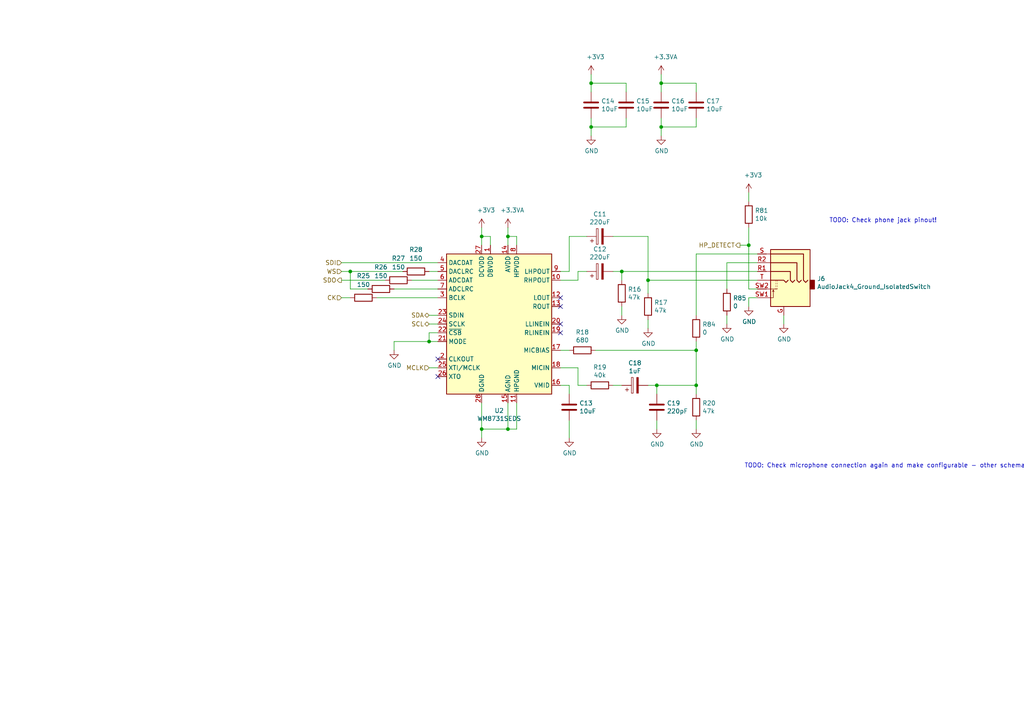
<source format=kicad_sch>
(kicad_sch (version 20210126) (generator eeschema)
  (paper "A4")
  (lib_symbols
    (symbol "Audio:WM8731SEDS"
      (property "Reference" "U" (at -13.97 21.59 0))
      (property "Value" "WM8731SEDS" (at 0 5.08 0))
      (symbol "WM8731SEDS_0_1"
        (rectangle (start -15.24 20.32) (end 15.24 -20.32) (stroke (width 0.254)) (fill (type background)))
      )
      (symbol "WM8731SEDS_1_1"
        (pin power_in line (at -2.54 22.86 270) (length 2.54) (name "DBVDD") (number "1"))
        (pin output line (at 17.78 12.7 180) (length 2.54) (name "RHPOUT") (number "10"))
        (pin power_in line (at 5.08 -22.86 90) (length 2.54) (name "HPGND") (number "11"))
        (pin output line (at 17.78 7.62 180) (length 2.54) (name "LOUT") (number "12"))
        (pin output line (at 17.78 5.08 180) (length 2.54) (name "ROUT") (number "13"))
        (pin power_in line (at 2.54 22.86 270) (length 2.54) (name "AVDD") (number "14"))
        (pin power_in line (at 2.54 -22.86 90) (length 2.54) (name "AGND") (number "15"))
        (pin passive line (at 17.78 -17.78 180) (length 2.54) (name "VMID") (number "16"))
        (pin output line (at 17.78 -7.62 180) (length 2.54) (name "MICBIAS") (number "17"))
        (pin input line (at 17.78 -12.7 180) (length 2.54) (name "MICIN") (number "18"))
        (pin input line (at 17.78 -2.54 180) (length 2.54) (name "RLINEIN") (number "19"))
        (pin output line (at -17.78 -10.16 0) (length 2.54) (name "CLKOUT") (number "2"))
        (pin input line (at 17.78 0 180) (length 2.54) (name "LLINEIN") (number "20"))
        (pin input line (at -17.78 -5.08 0) (length 2.54) (name "MODE") (number "21"))
        (pin input line (at -17.78 -2.54 0) (length 2.54) (name "~CSB") (number "22"))
        (pin bidirectional line (at -17.78 2.54 0) (length 2.54) (name "SDIN") (number "23"))
        (pin input line (at -17.78 0 0) (length 2.54) (name "SCLK") (number "24"))
        (pin input line (at -17.78 -12.7 0) (length 2.54) (name "XTI/MCLK") (number "25"))
        (pin output line (at -17.78 -15.24 0) (length 2.54) (name "XTO") (number "26"))
        (pin power_in line (at -5.08 22.86 270) (length 2.54) (name "DCVDD") (number "27"))
        (pin power_in line (at -5.08 -22.86 90) (length 2.54) (name "DGND") (number "28"))
        (pin bidirectional line (at -17.78 7.62 0) (length 2.54) (name "BCLK") (number "3"))
        (pin input line (at -17.78 17.78 0) (length 2.54) (name "DACDAT") (number "4"))
        (pin bidirectional line (at -17.78 15.24 0) (length 2.54) (name "DACLRC") (number "5"))
        (pin output line (at -17.78 12.7 0) (length 2.54) (name "ADCDAT") (number "6"))
        (pin bidirectional line (at -17.78 10.16 0) (length 2.54) (name "ADCLRC") (number "7"))
        (pin power_in line (at 5.08 22.86 270) (length 2.54) (name "HPVDD") (number "8"))
        (pin output line (at 17.78 15.24 180) (length 2.54) (name "LHPOUT") (number "9"))
      )
    )
    (symbol "Device:C" (pin_numbers hide) (pin_names (offset 0.254))
      (property "Reference" "C" (at 0.635 2.54 0))
      (property "Value" "C" (at 0.635 -2.54 0))
      (symbol "C_0_1"
        (polyline (pts (xy -2.032 -0.762) (xy 2.032 -0.762)) (stroke (width 0.508)))
        (polyline (pts (xy -2.032 0.762) (xy 2.032 0.762)) (stroke (width 0.508)))
      )
      (symbol "C_1_1"
        (pin passive line (at 0 3.81 270) (length 2.794) (name "~") (number "1"))
        (pin passive line (at 0 -3.81 90) (length 2.794) (name "~") (number "2"))
      )
    )
    (symbol "Device:C_Polarized" (pin_numbers hide) (pin_names (offset 0.254))
      (property "Reference" "C" (at 0.635 2.54 0))
      (property "Value" "C_Polarized" (at 0.635 -2.54 0))
      (symbol "C_Polarized_0_1"
        (rectangle (start -2.286 0.508) (end 2.286 1.016))
        (rectangle (start 2.286 -0.508) (end -2.286 -1.016) (fill (type outline)))
        (polyline (pts (xy -1.778 2.286) (xy -0.762 2.286)))
        (polyline (pts (xy -1.27 2.794) (xy -1.27 1.778)))
      )
      (symbol "C_Polarized_1_1"
        (pin passive line (at 0 3.81 270) (length 2.794) (name "~") (number "1"))
        (pin passive line (at 0 -3.81 90) (length 2.794) (name "~") (number "2"))
      )
    )
    (symbol "Device:R" (pin_numbers hide) (pin_names (offset 0))
      (property "Reference" "R" (at 2.032 0 90))
      (property "Value" "R" (at 0 0 90))
      (symbol "R_0_1"
        (rectangle (start -1.016 -2.54) (end 1.016 2.54) (stroke (width 0.254)))
      )
      (symbol "R_1_1"
        (pin passive line (at 0 3.81 270) (length 1.27) (name "~") (number "1"))
        (pin passive line (at 0 -3.81 90) (length 1.27) (name "~") (number "2"))
      )
    )
    (symbol "HackAmp-Symbols:AudioJack4_Ground_IsolatedSwitch"
      (property "Reference" "J" (at 0 11.43 0))
      (property "Value" "AudioJack4_Ground_IsolatedSwitch" (at 0 8.89 0))
      (symbol "AudioJack4_Ground_IsolatedSwitch_0_1"
        (rectangle (start -7.62 -2.54) (end -8.89 -5.08) (stroke (width 0.254)) (fill (type outline)))
        (rectangle (start -7.62 6.35) (end 3.81 -10.16) (stroke (width 0.254)) (fill (type background)))
        (polyline (pts (xy 1.905 -5.08) (xy 1.905 -4.826)) (stroke (width 0.001)))
        (polyline (pts (xy 1.905 -4.445) (xy 1.905 -4.064)) (stroke (width 0.001)))
        (polyline (pts (xy 1.905 -3.683) (xy 1.905 -3.302)) (stroke (width 0.001)))
        (polyline (pts (xy 1.905 -2.921) (xy 1.905 -2.54)) (stroke (width 0.001)))
        (polyline (pts (xy 2.286 -5.08) (xy 2.286 -4.826)) (stroke (width 0.001)))
        (polyline (pts (xy 2.286 -4.445) (xy 2.286 -4.064)) (stroke (width 0.001)))
        (polyline (pts (xy 2.286 -3.683) (xy 2.286 -3.302)) (stroke (width 0.001)))
        (polyline (pts (xy 2.286 -2.921) (xy 2.286 -2.54)) (stroke (width 0.001)))
        (polyline (pts (xy 3.81 2.54) (xy 5.08 2.54)))
        (polyline (pts (xy 5.08 -5.08) (xy 1.905 -5.08)))
        (polyline (pts (xy 5.08 -2.54) (xy 3.81 -2.54)))
        (polyline (pts (xy 5.08 0) (xy 3.81 0)))
        (polyline (pts (xy 5.08 5.08) (xy 3.81 5.08)))
      )
      (symbol "AudioJack4_Ground_IsolatedSwitch_1_1"
        (polyline (pts (xy 3.048 -5.334) (xy 3.302 -5.842)))
        (polyline (pts (xy -1.27 -2.54) (xy -0.635 -3.175) (xy 0 -2.54) (xy 3.81 -2.54)) (stroke (width 0.254)))
        (polyline (pts (xy 5.08 -7.62) (xy 3.048 -7.62) (xy 3.048 -5.334) (xy 2.794 -5.842)))
        (polyline (pts (xy -3.175 -2.54) (xy -2.54 -3.175) (xy -1.905 -2.54) (xy -1.905 0) (xy 3.81 0)) (stroke (width 0.254)))
        (polyline (pts (xy 3.81 2.54) (xy -3.81 2.54) (xy -3.81 -2.54) (xy -4.445 -3.175) (xy -5.08 -2.54)) (stroke (width 0.254)))
        (polyline (pts (xy 3.81 5.08) (xy -5.715 5.08) (xy -5.715 -2.54) (xy -6.35 -3.175) (xy -6.985 -2.54)) (stroke (width 0.254)))
        (pin passive line (at 0 -12.7 90) (length 2.54) (name "~") (number "G"))
        (pin passive line (at 7.62 0 180) (length 2.54) (name "~") (number "R1"))
        (pin passive line (at 7.62 2.54 180) (length 2.54) (name "~") (number "R2"))
        (pin passive line (at 7.62 5.08 180) (length 2.54) (name "~") (number "S"))
        (pin passive line (at 7.62 -7.62 180) (length 2.54) (name "~") (number "SW1"))
        (pin passive line (at 7.62 -5.08 180) (length 2.54) (name "~") (number "SW2"))
        (pin passive line (at 7.62 -2.54 180) (length 2.54) (name "~") (number "T"))
      )
    )
    (symbol "power:+3.3VA" (power) (pin_names (offset 0))
      (property "Value" "+3.3VA" (at 0 3.556 0))
      (symbol "+3.3VA_0_1"
        (polyline (pts (xy -0.762 1.27) (xy 0 2.54)))
        (polyline (pts (xy 0 0) (xy 0 2.54)))
        (polyline (pts (xy 0 2.54) (xy 0.762 1.27)))
      )
      (symbol "+3.3VA_1_1"
        (pin power_in line (at 0 0 90) (length 0) hide (name "+3.3VA") (number "1"))
      )
    )
    (symbol "power:+3V3" (power) (pin_names (offset 0))
      (property "Value" "+3V3" (at 0 3.556 0))
      (symbol "+3V3_0_1"
        (polyline (pts (xy -0.762 1.27) (xy 0 2.54)))
        (polyline (pts (xy 0 0) (xy 0 2.54)))
        (polyline (pts (xy 0 2.54) (xy 0.762 1.27)))
      )
      (symbol "+3V3_1_1"
        (pin power_in line (at 0 0 90) (length 0) hide (name "+3V3") (number "1"))
      )
    )
    (symbol "power:GND" (power) (pin_names (offset 0))
      (property "Value" "GND" (at 0 -3.81 0))
      (symbol "GND_0_1"
        (polyline (pts (xy 0 0) (xy 0 -1.27) (xy 1.27 -1.27) (xy 0 -2.54) (xy -1.27 -1.27) (xy 0 -1.27)))
      )
      (symbol "GND_1_1"
        (pin power_in line (at 0 0 270) (length 0) hide (name "GND") (number "1"))
      )
    )
  )
  (junction (at 101.6 78.74) (diameter 0.9144))
  (junction (at 124.46 99.06) (diameter 0.9144))
  (junction (at 139.7 68.58) (diameter 0.9144))
  (junction (at 139.7 124.46) (diameter 0.9144))
  (junction (at 147.32 68.58) (diameter 0.9144))
  (junction (at 147.32 124.46) (diameter 0.9144))
  (junction (at 171.45 24.13) (diameter 0.9144))
  (junction (at 171.45 36.83) (diameter 0.9144))
  (junction (at 180.34 78.74) (diameter 0.9144))
  (junction (at 187.96 81.28) (diameter 0.9144))
  (junction (at 190.5 111.76) (diameter 0.9144))
  (junction (at 191.77 24.13) (diameter 0.9144))
  (junction (at 191.77 36.83) (diameter 0.9144))
  (junction (at 201.93 101.6) (diameter 0.9144))
  (junction (at 201.93 111.76) (diameter 0.9144))
  (junction (at 217.17 71.12) (diameter 0.9144))
  (no_connect (at 127 104.14))
  (no_connect (at 127 109.22))
  (no_connect (at 162.56 86.36))
  (no_connect (at 162.56 88.9))
  (no_connect (at 162.56 93.98))
  (no_connect (at 162.56 96.52))
  (wire (pts (xy 99.06 76.2) (xy 127 76.2)))
  (wire (pts (xy 99.06 78.74) (xy 101.6 78.74)))
  (wire (pts (xy 99.06 81.28) (xy 111.76 81.28)))
  (wire (pts (xy 99.06 86.36) (xy 101.6 86.36)))
  (wire (pts (xy 101.6 78.74) (xy 101.6 83.82)))
  (wire (pts (xy 101.6 78.74) (xy 116.84 78.74)))
  (wire (pts (xy 101.6 83.82) (xy 106.68 83.82)))
  (wire (pts (xy 109.22 86.36) (xy 127 86.36)))
  (wire (pts (xy 114.3 83.82) (xy 127 83.82)))
  (wire (pts (xy 114.3 99.06) (xy 124.46 99.06)))
  (wire (pts (xy 114.3 101.6) (xy 114.3 99.06)))
  (wire (pts (xy 119.38 81.28) (xy 127 81.28)))
  (wire (pts (xy 124.46 78.74) (xy 127 78.74)))
  (wire (pts (xy 124.46 91.44) (xy 127 91.44)))
  (wire (pts (xy 124.46 93.98) (xy 127 93.98)))
  (wire (pts (xy 124.46 96.52) (xy 124.46 99.06)))
  (wire (pts (xy 124.46 99.06) (xy 127 99.06)))
  (wire (pts (xy 124.46 106.68) (xy 127 106.68)))
  (wire (pts (xy 127 96.52) (xy 124.46 96.52)))
  (wire (pts (xy 139.7 66.04) (xy 139.7 68.58)))
  (wire (pts (xy 139.7 68.58) (xy 142.24 68.58)))
  (wire (pts (xy 139.7 71.12) (xy 139.7 68.58)))
  (wire (pts (xy 139.7 124.46) (xy 139.7 116.84)))
  (wire (pts (xy 139.7 124.46) (xy 139.7 127)))
  (wire (pts (xy 142.24 71.12) (xy 142.24 68.58)))
  (wire (pts (xy 147.32 66.04) (xy 147.32 68.58)))
  (wire (pts (xy 147.32 68.58) (xy 149.86 68.58)))
  (wire (pts (xy 147.32 71.12) (xy 147.32 68.58)))
  (wire (pts (xy 147.32 116.84) (xy 147.32 124.46)))
  (wire (pts (xy 147.32 124.46) (xy 139.7 124.46)))
  (wire (pts (xy 149.86 68.58) (xy 149.86 71.12)))
  (wire (pts (xy 149.86 116.84) (xy 149.86 124.46)))
  (wire (pts (xy 149.86 124.46) (xy 147.32 124.46)))
  (wire (pts (xy 162.56 78.74) (xy 165.1 78.74)))
  (wire (pts (xy 162.56 81.28) (xy 167.64 81.28)))
  (wire (pts (xy 162.56 101.6) (xy 165.1 101.6)))
  (wire (pts (xy 162.56 106.68) (xy 167.64 106.68)))
  (wire (pts (xy 162.56 111.76) (xy 165.1 111.76)))
  (wire (pts (xy 165.1 68.58) (xy 170.18 68.58)))
  (wire (pts (xy 165.1 78.74) (xy 165.1 68.58)))
  (wire (pts (xy 165.1 114.3) (xy 165.1 111.76)))
  (wire (pts (xy 165.1 121.92) (xy 165.1 127)))
  (wire (pts (xy 167.64 78.74) (xy 170.18 78.74)))
  (wire (pts (xy 167.64 81.28) (xy 167.64 78.74)))
  (wire (pts (xy 167.64 106.68) (xy 167.64 111.76)))
  (wire (pts (xy 167.64 111.76) (xy 170.18 111.76)))
  (wire (pts (xy 171.45 21.59) (xy 171.45 24.13)))
  (wire (pts (xy 171.45 24.13) (xy 181.61 24.13)))
  (wire (pts (xy 171.45 26.67) (xy 171.45 24.13)))
  (wire (pts (xy 171.45 34.29) (xy 171.45 36.83)))
  (wire (pts (xy 171.45 36.83) (xy 171.45 39.37)))
  (wire (pts (xy 171.45 36.83) (xy 181.61 36.83)))
  (wire (pts (xy 177.8 68.58) (xy 187.96 68.58)))
  (wire (pts (xy 177.8 78.74) (xy 180.34 78.74)))
  (wire (pts (xy 177.8 111.76) (xy 180.34 111.76)))
  (wire (pts (xy 180.34 78.74) (xy 180.34 81.28)))
  (wire (pts (xy 180.34 88.9) (xy 180.34 91.44)))
  (wire (pts (xy 181.61 26.67) (xy 181.61 24.13)))
  (wire (pts (xy 181.61 34.29) (xy 181.61 36.83)))
  (wire (pts (xy 187.96 68.58) (xy 187.96 81.28)))
  (wire (pts (xy 187.96 81.28) (xy 187.96 85.09)))
  (wire (pts (xy 187.96 81.28) (xy 219.71 81.28)))
  (wire (pts (xy 187.96 95.25) (xy 187.96 92.71)))
  (wire (pts (xy 187.96 111.76) (xy 190.5 111.76)))
  (wire (pts (xy 190.5 111.76) (xy 190.5 114.3)))
  (wire (pts (xy 190.5 121.92) (xy 190.5 124.46)))
  (wire (pts (xy 191.77 21.59) (xy 191.77 24.13)))
  (wire (pts (xy 191.77 24.13) (xy 201.93 24.13)))
  (wire (pts (xy 191.77 26.67) (xy 191.77 24.13)))
  (wire (pts (xy 191.77 36.83) (xy 191.77 34.29)))
  (wire (pts (xy 191.77 36.83) (xy 191.77 39.37)))
  (wire (pts (xy 191.77 36.83) (xy 201.93 36.83)))
  (wire (pts (xy 201.93 24.13) (xy 201.93 26.67)))
  (wire (pts (xy 201.93 36.83) (xy 201.93 34.29)))
  (wire (pts (xy 201.93 73.66) (xy 201.93 91.44)))
  (wire (pts (xy 201.93 73.66) (xy 219.71 73.66)))
  (wire (pts (xy 201.93 99.06) (xy 201.93 101.6)))
  (wire (pts (xy 201.93 101.6) (xy 172.72 101.6)))
  (wire (pts (xy 201.93 111.76) (xy 190.5 111.76)))
  (wire (pts (xy 201.93 111.76) (xy 201.93 101.6)))
  (wire (pts (xy 201.93 114.3) (xy 201.93 111.76)))
  (wire (pts (xy 201.93 124.46) (xy 201.93 121.92)))
  (wire (pts (xy 210.82 76.2) (xy 210.82 83.82)))
  (wire (pts (xy 210.82 91.44) (xy 210.82 93.98)))
  (wire (pts (xy 214.63 71.12) (xy 217.17 71.12)))
  (wire (pts (xy 217.17 55.88) (xy 217.17 58.42)))
  (wire (pts (xy 217.17 66.04) (xy 217.17 71.12)))
  (wire (pts (xy 217.17 71.12) (xy 217.17 83.82)))
  (wire (pts (xy 217.17 83.82) (xy 219.71 83.82)))
  (wire (pts (xy 217.17 86.36) (xy 217.17 88.9)))
  (wire (pts (xy 219.71 76.2) (xy 210.82 76.2)))
  (wire (pts (xy 219.71 78.74) (xy 180.34 78.74)))
  (wire (pts (xy 219.71 86.36) (xy 217.17 86.36)))
  (wire (pts (xy 227.33 91.44) (xy 227.33 93.98)))
  (text "TODO: Check microphone connection again and make configurable - other schematics connect only the ring!" (at 215.9 135.89 0) (effects (font (size 1.27 1.27)) (justify left bottom)))
  (text "TODO: Check phone jack pinout!" (at 271.78 64.77 180) (effects (font (size 1.27 1.27)) (justify right bottom)))
  (hierarchical_label "SDI" (shape input) (at 99.06 76.2 180))
  (hierarchical_label "WS" (shape input) (at 99.06 78.74 180))
  (hierarchical_label "SDO" (shape output) (at 99.06 81.28 180))
  (hierarchical_label "CK" (shape input) (at 99.06 86.36 180))
  (hierarchical_label "SDA" (shape bidirectional) (at 124.46 91.44 180))
  (hierarchical_label "SCL" (shape bidirectional) (at 124.46 93.98 180))
  (hierarchical_label "MCLK" (shape input) (at 124.46 106.68 180))
  (hierarchical_label "HP_DETECT" (shape output) (at 214.63 71.12 180))
  (symbol (lib_id "power:+3V3") (at 139.7 66.04 0) (unit 1)
    (property "Reference" "#PWR0154" (effects hide))
    (property "Value" "+3V3" (at 140.97 60.96 0))
  )
  (symbol (lib_id "power:+3.3VA") (at 147.32 66.04 0) (unit 1)
    (property "Reference" "#PWR0155" (effects hide))
    (property "Value" "+3.3VA" (at 148.59 60.96 0))
  )
  (symbol (lib_id "power:+3V3") (at 171.45 21.59 0) (unit 1)
    (property "Reference" "#PWR0153" (effects hide))
    (property "Value" "+3V3" (at 172.72 16.51 0))
  )
  (symbol (lib_id "power:+3.3VA") (at 191.77 21.59 0) (unit 1)
    (property "Reference" "#PWR0151" (effects hide))
    (property "Value" "+3.3VA" (at 193.04 16.51 0))
  )
  (symbol (lib_id "power:+3V3") (at 217.17 55.88 0) (unit 1)
    (property "Reference" "#PWR01" (effects hide))
    (property "Value" "+3V3" (at 218.44 50.8 0))
  )
  (symbol (lib_id "power:GND") (at 114.3 101.6 0) (unit 1)
    (property "Reference" "#PWR0156" (effects hide))
    (property "Value" "GND" (at 114.427 105.9942 0))
  )
  (symbol (lib_id "power:GND") (at 139.7 127 0) (unit 1)
    (property "Reference" "#PWR0119" (effects hide))
    (property "Value" "GND" (at 139.827 131.3942 0))
  )
  (symbol (lib_id "power:GND") (at 165.1 127 0) (unit 1)
    (property "Reference" "#PWR0120" (effects hide))
    (property "Value" "GND" (at 165.227 131.3942 0))
  )
  (symbol (lib_id "power:GND") (at 171.45 39.37 0) (unit 1)
    (property "Reference" "#PWR0121" (effects hide))
    (property "Value" "GND" (at 171.577 43.7642 0))
  )
  (symbol (lib_id "power:GND") (at 180.34 91.44 0) (unit 1)
    (property "Reference" "#PWR0122" (effects hide))
    (property "Value" "GND" (at 180.467 95.8342 0))
  )
  (symbol (lib_id "power:GND") (at 187.96 95.25 0) (unit 1)
    (property "Reference" "#PWR0123" (effects hide))
    (property "Value" "GND" (at 188.087 99.6442 0))
  )
  (symbol (lib_id "power:GND") (at 190.5 124.46 0) (unit 1)
    (property "Reference" "#PWR0125" (effects hide))
    (property "Value" "GND" (at 190.627 128.8542 0))
  )
  (symbol (lib_id "power:GND") (at 191.77 39.37 0) (unit 1)
    (property "Reference" "#PWR0152" (effects hide))
    (property "Value" "GND" (at 191.897 43.7642 0))
  )
  (symbol (lib_id "power:GND") (at 201.93 124.46 0) (unit 1)
    (property "Reference" "#PWR0126" (effects hide))
    (property "Value" "GND" (at 202.057 128.8542 0))
  )
  (symbol (lib_id "power:GND") (at 210.82 93.98 0) (unit 1)
    (property "Reference" "#PWR05" (effects hide))
    (property "Value" "GND" (at 210.947 98.3742 0))
  )
  (symbol (lib_id "power:GND") (at 217.17 88.9 0) (unit 1)
    (property "Reference" "#PWR02" (effects hide))
    (property "Value" "GND" (at 217.297 93.2942 0))
  )
  (symbol (lib_id "power:GND") (at 227.33 93.98 0) (unit 1)
    (property "Reference" "#PWR0103" (effects hide))
    (property "Value" "GND" (at 227.457 98.3742 0))
  )
  (symbol (lib_id "Device:R") (at 105.41 86.36 90) (unit 1)
    (property "Reference" "R25" (at 105.41 80.01 90))
    (property "Value" "150" (at 105.41 82.55 90))
    (property "Footprint" "Resistor_SMD:R_0603_1608Metric" (effects hide))
  )
  (symbol (lib_id "Device:R") (at 110.49 83.82 90) (unit 1)
    (property "Reference" "R26" (at 110.49 77.47 90))
    (property "Value" "150" (at 110.49 80.01 90))
    (property "Footprint" "Resistor_SMD:R_0603_1608Metric" (effects hide))
  )
  (symbol (lib_id "Device:R") (at 115.57 81.28 90) (unit 1)
    (property "Reference" "R27" (at 115.57 74.93 90))
    (property "Value" "150" (at 115.57 77.47 90))
    (property "Footprint" "Resistor_SMD:R_0603_1608Metric" (effects hide))
  )
  (symbol (lib_id "Device:R") (at 120.65 78.74 90) (unit 1)
    (property "Reference" "R28" (at 120.65 72.39 90))
    (property "Value" "150" (at 120.65 74.93 90))
    (property "Footprint" "Resistor_SMD:R_0603_1608Metric" (effects hide))
  )
  (symbol (lib_id "Device:R") (at 168.91 101.6 270) (unit 1)
    (property "Reference" "R18" (at 168.91 96.3422 90))
    (property "Value" "680" (at 168.91 98.6536 90))
    (property "Footprint" "Resistor_SMD:R_0603_1608Metric" (effects hide))
  )
  (symbol (lib_id "Device:R") (at 173.99 111.76 270) (unit 1)
    (property "Reference" "R19" (at 173.99 106.5022 90))
    (property "Value" "40k" (at 173.99 108.8136 90))
    (property "Footprint" "Resistor_SMD:R_0603_1608Metric" (effects hide))
  )
  (symbol (lib_id "Device:R") (at 180.34 85.09 0) (unit 1)
    (property "Reference" "R16" (at 182.118 83.9216 0) (effects (justify left)))
    (property "Value" "47k" (at 182.118 86.233 0) (effects (justify left)))
    (property "Footprint" "Resistor_SMD:R_0603_1608Metric" (effects hide))
  )
  (symbol (lib_id "Device:R") (at 187.96 88.9 0) (unit 1)
    (property "Reference" "R17" (at 189.738 87.7316 0) (effects (justify left)))
    (property "Value" "47k" (at 189.738 90.043 0) (effects (justify left)))
    (property "Footprint" "Resistor_SMD:R_0603_1608Metric" (effects hide))
  )
  (symbol (lib_id "Device:R") (at 201.93 95.25 0) (unit 1)
    (property "Reference" "R84" (at 203.708 94.0816 0) (effects (justify left)))
    (property "Value" "0" (at 203.708 96.393 0) (effects (justify left)))
    (property "Footprint" "Resistor_SMD:R_0603_1608Metric" (effects hide))
  )
  (symbol (lib_id "Device:R") (at 201.93 118.11 0) (unit 1)
    (property "Reference" "R20" (at 203.708 116.9416 0) (effects (justify left)))
    (property "Value" "47k" (at 203.708 119.253 0) (effects (justify left)))
    (property "Footprint" "Resistor_SMD:R_0603_1608Metric" (effects hide))
  )
  (symbol (lib_id "Device:R") (at 210.82 87.63 0) (unit 1)
    (property "Reference" "R85" (at 212.598 86.4616 0) (effects (justify left)))
    (property "Value" "0" (at 212.598 88.773 0) (effects (justify left)))
    (property "Footprint" "Resistor_SMD:R_0603_1608Metric" (effects hide))
  )
  (symbol (lib_id "Device:R") (at 217.17 62.23 0) (unit 1)
    (property "Reference" "R81" (at 218.948 61.0616 0) (effects (justify left)))
    (property "Value" "10k" (at 218.948 63.373 0) (effects (justify left)))
    (property "Footprint" "Resistor_SMD:R_0603_1608Metric" (effects hide))
    (property "Mouser" "652-CR0603FX-1002ELF" (effects hide))
    (property "Part Name" "Bourns CR0603-FX-1002ELF" (effects hide))
  )
  (symbol (lib_id "Device:C") (at 165.1 118.11 0) (unit 1)
    (property "Reference" "C13" (at 168.021 116.9416 0) (effects (justify left)))
    (property "Value" "10uF" (at 168.021 119.253 0) (effects (justify left)))
    (property "Footprint" "Capacitor_SMD:C_0805_2012Metric" (effects hide))
    (property "Part Name" "Taiyo Yuden LMK212F106ZG-T" (effects hide))
    (property "Mouser" "963-LMK212F106ZG-T" (effects hide))
  )
  (symbol (lib_id "Device:C") (at 171.45 30.48 0) (unit 1)
    (property "Reference" "C14" (at 174.371 29.3116 0) (effects (justify left)))
    (property "Value" "10uF" (at 174.371 31.623 0) (effects (justify left)))
    (property "Footprint" "Capacitor_SMD:C_0805_2012Metric" (effects hide))
    (property "Part Name" "Taiyo Yuden LMK212F106ZG-T" (effects hide))
    (property "Mouser" "963-LMK212F106ZG-T" (effects hide))
  )
  (symbol (lib_id "Device:C_Polarized") (at 173.99 68.58 90) (unit 1)
    (property "Reference" "C11" (at 173.99 62.103 90))
    (property "Value" "220uF" (at 173.99 64.4144 90))
    (property "Footprint" "Capacitor_SMD:CP_Elec_6.3x7.7" (effects hide))
    (property "Mouser" "140-VZL221M1CTR-0607" (effects hide))
    (property "Part Name" "Lelon VZL221M1CTR-0607" (effects hide))
  )
  (symbol (lib_id "Device:C_Polarized") (at 173.99 78.74 90) (unit 1)
    (property "Reference" "C12" (at 173.99 72.263 90))
    (property "Value" "220uF" (at 173.99 74.5744 90))
    (property "Footprint" "Capacitor_SMD:CP_Elec_6.3x7.7" (effects hide))
    (property "Mouser" "140-VZL221M1CTR-0607" (effects hide))
    (property "Part Name" "Lelon VZL221M1CTR-0607" (effects hide))
  )
  (symbol (lib_id "Device:C") (at 181.61 30.48 0) (unit 1)
    (property "Reference" "C15" (at 184.531 29.3116 0) (effects (justify left)))
    (property "Value" "10uF" (at 184.531 31.623 0) (effects (justify left)))
    (property "Footprint" "Capacitor_SMD:C_0805_2012Metric" (effects hide))
    (property "Part Name" "Taiyo Yuden LMK212F106ZG-T" (effects hide))
    (property "Mouser" "963-LMK212F106ZG-T" (effects hide))
  )
  (symbol (lib_id "Device:C_Polarized") (at 184.15 111.76 90) (unit 1)
    (property "Reference" "C18" (at 184.15 105.283 90))
    (property "Value" "1uF" (at 184.15 107.5944 90))
    (property "Footprint" "Capacitor_SMD:CP_Elec_4x5.4" (effects hide))
    (property "Mouser" "710-865060640001" (effects hide))
    (property "Part Name" "Wurth 865060640001" (effects hide))
  )
  (symbol (lib_id "Device:C") (at 190.5 118.11 0) (unit 1)
    (property "Reference" "C19" (at 193.421 116.9416 0) (effects (justify left)))
    (property "Value" "220pF" (at 193.421 119.253 0) (effects (justify left)))
    (property "Footprint" "Capacitor_SMD:C_0603_1608Metric" (effects hide))
    (property "Part Name" "Vishay VJ0603A221JNAAO" (effects hide))
    (property "Mouser" "77-VJ0603A221JNAAO" (effects hide))
  )
  (symbol (lib_id "Device:C") (at 191.77 30.48 0) (unit 1)
    (property "Reference" "C16" (at 194.691 29.3116 0) (effects (justify left)))
    (property "Value" "10uF" (at 194.691 31.623 0) (effects (justify left)))
    (property "Footprint" "Capacitor_SMD:C_0805_2012Metric" (effects hide))
    (property "Part Name" "Taiyo Yuden LMK212F106ZG-T" (effects hide))
    (property "Mouser" "963-LMK212F106ZG-T" (effects hide))
  )
  (symbol (lib_id "Device:C") (at 201.93 30.48 0) (unit 1)
    (property "Reference" "C17" (at 204.851 29.3116 0) (effects (justify left)))
    (property "Value" "10uF" (at 204.851 31.623 0) (effects (justify left)))
    (property "Footprint" "Capacitor_SMD:C_0805_2012Metric" (effects hide))
    (property "Part Name" "Taiyo Yuden LMK212F106ZG-T" (effects hide))
    (property "Mouser" "963-LMK212F106ZG-T" (effects hide))
  )
  (symbol (lib_id "HackAmp-Symbols:AudioJack4_Ground_IsolatedSwitch") (at 227.33 78.74 0) (mirror y) (unit 1)
    (property "Reference" "J6" (at 236.9821 80.8418 0) (effects (justify right)))
    (property "Value" "AudioJack4_Ground_IsolatedSwitch" (at 236.9821 83.1405 0) (effects (justify right)))
    (property "Footprint" "HackAmp-Footprints:Jack_3.5mm_CUI_SJ-435107RS_Horizontal" (effects hide))
    (property "Mouser" "490-SJ-435107RS" (effects hide))
    (property "Part Name" "CUI SJ-435107RS" (effects hide))
  )
  (symbol (lib_id "Audio:WM8731SEDS") (at 144.78 93.98 0) (unit 1)
    (property "Reference" "U2" (at 144.78 119.1006 0))
    (property "Value" "WM8731SEDS" (at 144.78 121.412 0))
    (property "Footprint" "Package_SO:SSOP-28_5.3x10.2mm_P0.65mm" (effects hide))
    (property "Datasheet" "https://statics.cirrus.com/pubs/proDatasheet/WM8731_v4.9.pdf" (effects hide))
    (property "Part Name" "Cirrus Logic WM8731SEDS/V\n" (effects hide))
    (property "Mouser" "238-WM8731SEDS/V\n" (effects hide))
  )
)
</source>
